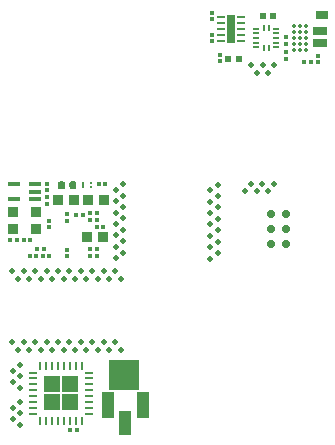
<source format=gbr>
G04 #@! TF.GenerationSoftware,KiCad,Pcbnew,(5.1.0)-1*
G04 #@! TF.CreationDate,2019-05-03T21:31:27-07:00*
G04 #@! TF.ProjectId,Miniscope-v4-PCB-fab-assembly_2,4d696e69-7363-46f7-9065-2d76342d5043,rev?*
G04 #@! TF.SameCoordinates,PX4b8e5e4PY51f011c*
G04 #@! TF.FileFunction,Paste,Top*
G04 #@! TF.FilePolarity,Positive*
%FSLAX46Y46*%
G04 Gerber Fmt 4.6, Leading zero omitted, Abs format (unit mm)*
G04 Created by KiCad (PCBNEW (5.1.0)-1) date 2019-05-03 21:31:27*
%MOMM*%
%LPD*%
G04 APERTURE LIST*
%ADD10C,0.508000*%
%ADD11R,0.310000X0.340000*%
%ADD12R,0.340000X0.310000*%
%ADD13C,0.100000*%
%ADD14C,0.590000*%
%ADD15R,0.280000X0.520000*%
%ADD16R,0.280000X0.170000*%
%ADD17R,0.810000X0.870000*%
%ADD18R,0.890000X0.920000*%
%ADD19R,0.880000X0.830000*%
%ADD20R,0.990000X0.340000*%
%ADD21R,1.016000X0.762000*%
%ADD22R,0.580000X0.630000*%
%ADD23R,1.270000X0.762000*%
%ADD24C,0.350000*%
%ADD25R,0.220000X0.610000*%
%ADD26R,0.610000X0.220000*%
%ADD27R,0.640000X2.390000*%
%ADD28R,0.640000X0.270000*%
%ADD29C,0.700000*%
%ADD30R,2.500000X2.500000*%
%ADD31R,1.000000X2.000000*%
%ADD32R,1.050000X2.200000*%
%ADD33R,0.680000X0.260000*%
%ADD34R,0.260000X0.680000*%
%ADD35R,1.350000X1.350000*%
G04 APERTURE END LIST*
D10*
X13390400Y-25273793D03*
X14000000Y-24791194D03*
X13390400Y-24308594D03*
X14000000Y-23825995D03*
X13390400Y-23343395D03*
X14000000Y-22860796D03*
X13390400Y-22378196D03*
X14000000Y-21895597D03*
X13390400Y-21412997D03*
X14000000Y-20930398D03*
X13390400Y-20447798D03*
X14000000Y-19965199D03*
X13390400Y-19482599D03*
X14000000Y-19000000D03*
D11*
X12504600Y-18991000D03*
X11954600Y-18991000D03*
X5604600Y-23766200D03*
X6154600Y-23766200D03*
X4461600Y-23766200D03*
X5011600Y-23766200D03*
D12*
X7530600Y-19520000D03*
X7530600Y-18970000D03*
D13*
G36*
X8960158Y-18773310D02*
G01*
X8974476Y-18775434D01*
X8988517Y-18778951D01*
X9002146Y-18783828D01*
X9015231Y-18790017D01*
X9027647Y-18797458D01*
X9039273Y-18806081D01*
X9049998Y-18815802D01*
X9059719Y-18826527D01*
X9068342Y-18838153D01*
X9075783Y-18850569D01*
X9081972Y-18863654D01*
X9086849Y-18877283D01*
X9090366Y-18891324D01*
X9092490Y-18905642D01*
X9093200Y-18920100D01*
X9093200Y-19265100D01*
X9092490Y-19279558D01*
X9090366Y-19293876D01*
X9086849Y-19307917D01*
X9081972Y-19321546D01*
X9075783Y-19334631D01*
X9068342Y-19347047D01*
X9059719Y-19358673D01*
X9049998Y-19369398D01*
X9039273Y-19379119D01*
X9027647Y-19387742D01*
X9015231Y-19395183D01*
X9002146Y-19401372D01*
X8988517Y-19406249D01*
X8974476Y-19409766D01*
X8960158Y-19411890D01*
X8945700Y-19412600D01*
X8650700Y-19412600D01*
X8636242Y-19411890D01*
X8621924Y-19409766D01*
X8607883Y-19406249D01*
X8594254Y-19401372D01*
X8581169Y-19395183D01*
X8568753Y-19387742D01*
X8557127Y-19379119D01*
X8546402Y-19369398D01*
X8536681Y-19358673D01*
X8528058Y-19347047D01*
X8520617Y-19334631D01*
X8514428Y-19321546D01*
X8509551Y-19307917D01*
X8506034Y-19293876D01*
X8503910Y-19279558D01*
X8503200Y-19265100D01*
X8503200Y-18920100D01*
X8503910Y-18905642D01*
X8506034Y-18891324D01*
X8509551Y-18877283D01*
X8514428Y-18863654D01*
X8520617Y-18850569D01*
X8528058Y-18838153D01*
X8536681Y-18826527D01*
X8546402Y-18815802D01*
X8557127Y-18806081D01*
X8568753Y-18797458D01*
X8581169Y-18790017D01*
X8594254Y-18783828D01*
X8607883Y-18778951D01*
X8621924Y-18775434D01*
X8636242Y-18773310D01*
X8650700Y-18772600D01*
X8945700Y-18772600D01*
X8960158Y-18773310D01*
X8960158Y-18773310D01*
G37*
D14*
X8798200Y-19092600D03*
D13*
G36*
X9930158Y-18773310D02*
G01*
X9944476Y-18775434D01*
X9958517Y-18778951D01*
X9972146Y-18783828D01*
X9985231Y-18790017D01*
X9997647Y-18797458D01*
X10009273Y-18806081D01*
X10019998Y-18815802D01*
X10029719Y-18826527D01*
X10038342Y-18838153D01*
X10045783Y-18850569D01*
X10051972Y-18863654D01*
X10056849Y-18877283D01*
X10060366Y-18891324D01*
X10062490Y-18905642D01*
X10063200Y-18920100D01*
X10063200Y-19265100D01*
X10062490Y-19279558D01*
X10060366Y-19293876D01*
X10056849Y-19307917D01*
X10051972Y-19321546D01*
X10045783Y-19334631D01*
X10038342Y-19347047D01*
X10029719Y-19358673D01*
X10019998Y-19369398D01*
X10009273Y-19379119D01*
X9997647Y-19387742D01*
X9985231Y-19395183D01*
X9972146Y-19401372D01*
X9958517Y-19406249D01*
X9944476Y-19409766D01*
X9930158Y-19411890D01*
X9915700Y-19412600D01*
X9620700Y-19412600D01*
X9606242Y-19411890D01*
X9591924Y-19409766D01*
X9577883Y-19406249D01*
X9564254Y-19401372D01*
X9551169Y-19395183D01*
X9538753Y-19387742D01*
X9527127Y-19379119D01*
X9516402Y-19369398D01*
X9506681Y-19358673D01*
X9498058Y-19347047D01*
X9490617Y-19334631D01*
X9484428Y-19321546D01*
X9479551Y-19307917D01*
X9476034Y-19293876D01*
X9473910Y-19279558D01*
X9473200Y-19265100D01*
X9473200Y-18920100D01*
X9473910Y-18905642D01*
X9476034Y-18891324D01*
X9479551Y-18877283D01*
X9484428Y-18863654D01*
X9490617Y-18850569D01*
X9498058Y-18838153D01*
X9506681Y-18826527D01*
X9516402Y-18815802D01*
X9527127Y-18806081D01*
X9538753Y-18797458D01*
X9551169Y-18790017D01*
X9564254Y-18783828D01*
X9577883Y-18778951D01*
X9591924Y-18775434D01*
X9606242Y-18773310D01*
X9620700Y-18772600D01*
X9915700Y-18772600D01*
X9930158Y-18773310D01*
X9930158Y-18773310D01*
G37*
D14*
X9768200Y-19092600D03*
D15*
X10634600Y-19092600D03*
D16*
X11284600Y-18917600D03*
X11284600Y-19267600D03*
D12*
X9275400Y-22089400D03*
X9275400Y-21539400D03*
D11*
X7772400Y-25116400D03*
X7222400Y-25116400D03*
D12*
X11188200Y-21463200D03*
X11188200Y-22013200D03*
D11*
X7289800Y-24506800D03*
X6739800Y-24506800D03*
X11769000Y-22597800D03*
X12319000Y-22597800D03*
X11793400Y-24477400D03*
X11243400Y-24477400D03*
D12*
X9275400Y-24562000D03*
X9275400Y-25112000D03*
D11*
X6087200Y-25104400D03*
X6637200Y-25104400D03*
X10574200Y-21607200D03*
X10024200Y-21607200D03*
X11785600Y-25091000D03*
X11235600Y-25091000D03*
D12*
X7759200Y-22111600D03*
X7759200Y-22661600D03*
X7530600Y-20113000D03*
X7530600Y-20663000D03*
X11790000Y-21463200D03*
X11790000Y-22013200D03*
D17*
X11016200Y-20311800D03*
X12376200Y-20311800D03*
D10*
X13800000Y-27000000D03*
X13317401Y-26390400D03*
X12834801Y-27000000D03*
X12352202Y-26390400D03*
X11869602Y-27000000D03*
X11387003Y-26390400D03*
X10904403Y-27000000D03*
X10421804Y-26390400D03*
X9939204Y-27000000D03*
X9456605Y-26390400D03*
X8974005Y-27000000D03*
X8491406Y-26390400D03*
X8008806Y-27000000D03*
X7526207Y-26390400D03*
X7043607Y-27000000D03*
X6561008Y-26390400D03*
X6078408Y-27000000D03*
X5595809Y-26390400D03*
X5113209Y-27000000D03*
X4630610Y-26390400D03*
D18*
X10955000Y-23486800D03*
X12285000Y-23486800D03*
X8516600Y-20337200D03*
X9846600Y-20337200D03*
D19*
X4706000Y-22835200D03*
X6596000Y-22835200D03*
X6596000Y-21395200D03*
X4706000Y-21395200D03*
D20*
X6586400Y-20276000D03*
X6586400Y-19626000D03*
X6586400Y-18976000D03*
X4766400Y-18976000D03*
X4766400Y-20276000D03*
D21*
X30814620Y-4696940D03*
D12*
X27766620Y-7825540D03*
X27766620Y-8375540D03*
D11*
X29345820Y-8633940D03*
X29895820Y-8633940D03*
D12*
X30509820Y-8654940D03*
X30509820Y-8104940D03*
D10*
X24849716Y-8936454D03*
X25332315Y-9546054D03*
X25814915Y-8936454D03*
X26297514Y-9546054D03*
X26780114Y-8936454D03*
D12*
X22204020Y-8604140D03*
X22204020Y-8054140D03*
X27766620Y-6555540D03*
X27766620Y-7105540D03*
X21518220Y-6902340D03*
X21518220Y-6352340D03*
D22*
X22927420Y-8430740D03*
X23817420Y-8430740D03*
X26738420Y-4747740D03*
X25848420Y-4747740D03*
D23*
X30687620Y-7065740D03*
X30687620Y-6065740D03*
D12*
X21518220Y-5048140D03*
X21518220Y-4498140D03*
D24*
X29460420Y-5601940D03*
X29460420Y-6101940D03*
X29460420Y-6601940D03*
X29460420Y-7101940D03*
X29460420Y-7601940D03*
X28960420Y-5601940D03*
X28960420Y-6101940D03*
X28960420Y-6601940D03*
X28960420Y-7101940D03*
X28960420Y-7601940D03*
X28460420Y-5601940D03*
X28460420Y-6101940D03*
X28460420Y-6601940D03*
X28460420Y-7101940D03*
X28460420Y-7601940D03*
D25*
X26341020Y-7472340D03*
X25941020Y-7472340D03*
D26*
X25296020Y-7427340D03*
X25296020Y-7027340D03*
X25296020Y-6627340D03*
X25296020Y-6227340D03*
X25296020Y-5827340D03*
D25*
X25941020Y-5782340D03*
X26341020Y-5782340D03*
D26*
X26986020Y-5827340D03*
X26986020Y-6227340D03*
X26986020Y-6627340D03*
X26986020Y-7027340D03*
X26986020Y-7427340D03*
D27*
X23118420Y-5839940D03*
D28*
X22278420Y-6839940D03*
X22278420Y-6339940D03*
X22278420Y-5839940D03*
X22278420Y-5339940D03*
X22278420Y-4839940D03*
X23958420Y-4839940D03*
X23958420Y-5339940D03*
X23958420Y-5839940D03*
X23958420Y-6339940D03*
X23958420Y-6839940D03*
D10*
X24351180Y-19569060D03*
X21404780Y-25301453D03*
X22014380Y-24818854D03*
X21404780Y-24336254D03*
X22014380Y-23853655D03*
X21404780Y-23371055D03*
X22014380Y-22888456D03*
X21404780Y-22405856D03*
X22014380Y-21923257D03*
X21404780Y-21440657D03*
X22014380Y-20958058D03*
X21404780Y-20475458D03*
X22014380Y-19992859D03*
X21404780Y-19510259D03*
X22014380Y-19027660D03*
X24833780Y-18959460D03*
X25316379Y-19569060D03*
X25798979Y-18959460D03*
X26281578Y-19569060D03*
X26764178Y-18959460D03*
D29*
X26505980Y-24083860D03*
X27775980Y-24083860D03*
X26505980Y-22813860D03*
X27775980Y-22813860D03*
X26505980Y-21543860D03*
X27775980Y-21543860D03*
D30*
X14089620Y-35147740D03*
D31*
X14191220Y-39185200D03*
D32*
X12716220Y-37685200D03*
X15666220Y-37685200D03*
D10*
X5263120Y-39361600D03*
X4653520Y-38879000D03*
X5263120Y-38396401D03*
X4653520Y-37913801D03*
X5263120Y-37431202D03*
X5298680Y-36242480D03*
X4689080Y-35759880D03*
X5298680Y-35277281D03*
X4689080Y-34794681D03*
X5298680Y-34312082D03*
D11*
X9544200Y-39793400D03*
X10094200Y-39793400D03*
D10*
X13802596Y-33011600D03*
X13319997Y-32402000D03*
X12837397Y-33011600D03*
X12354798Y-32402000D03*
X11872198Y-33011600D03*
X11389599Y-32402000D03*
X10906999Y-33011600D03*
X10424400Y-32402000D03*
X9941800Y-33011600D03*
X9459201Y-32402000D03*
X8976601Y-33011600D03*
X8494002Y-32402000D03*
X8011402Y-33011600D03*
X7528803Y-32402000D03*
X7046203Y-33011600D03*
X6563604Y-32402000D03*
X6081004Y-33011600D03*
X5598405Y-32402000D03*
X5115805Y-33011600D03*
X4633206Y-32402000D03*
D33*
X6413000Y-34944600D03*
X6413000Y-35444600D03*
X6413000Y-35944600D03*
X6413000Y-36444600D03*
X6413000Y-36944600D03*
X6413000Y-37444600D03*
X6413000Y-37944600D03*
X6413000Y-38444600D03*
D34*
X6998000Y-39029600D03*
X7498000Y-39029600D03*
X7998000Y-39029600D03*
X8498000Y-39029600D03*
X8998000Y-39029600D03*
X9498000Y-39029600D03*
X9998000Y-39029600D03*
X10498000Y-39029600D03*
D33*
X11083000Y-38444600D03*
X11083000Y-37944600D03*
X11083000Y-37444600D03*
X11083000Y-36944600D03*
X11083000Y-36444600D03*
X11083000Y-35944600D03*
X11083000Y-35444600D03*
X11083000Y-34944600D03*
D34*
X10498000Y-34359600D03*
X9998000Y-34359600D03*
X9498000Y-34359600D03*
X8998000Y-34359600D03*
X8498000Y-34359600D03*
X7998000Y-34359600D03*
X7498000Y-34359600D03*
X6998000Y-34359600D03*
D35*
X7973000Y-37469600D03*
X9523000Y-37469600D03*
X7973000Y-35919600D03*
X9523000Y-35919600D03*
M02*

</source>
